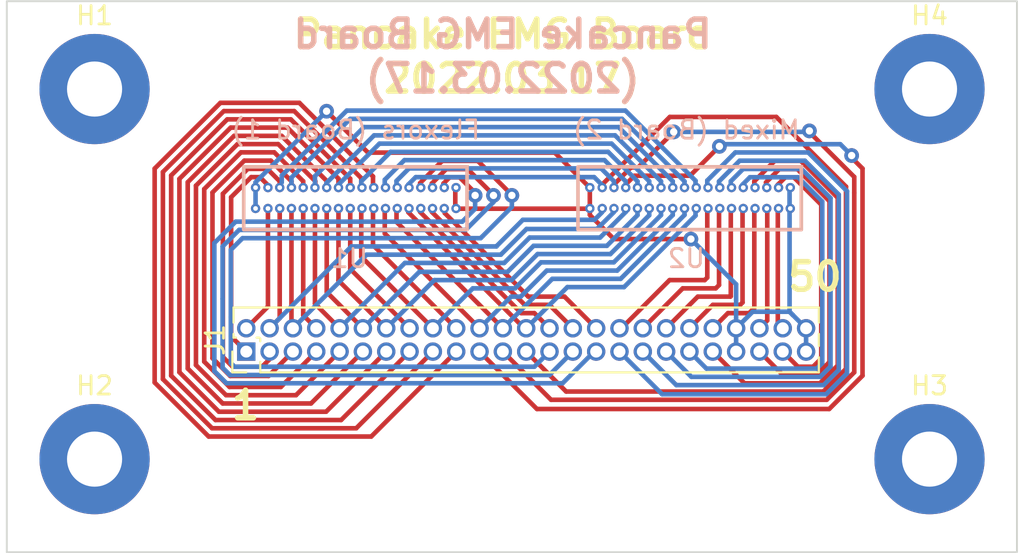
<source format=kicad_pcb>
(kicad_pcb (version 20211014) (generator pcbnew)
  (layers (0 "F.Cu" signal) (31 "B.Cu" signal) (34 "B.Paste" user) (35 "F.Paste" user) (36 "B.SilkS" user "B.Silkscreen") (37 "F.SilkS" user "F.Silkscreen") (38 "B.Mask" user) (39 "F.Mask" user) (44 "Edge.Cuts" user))
  (net 0 "")
  (net 1 "/FCR1_1")
  (net 2 "/FCR1_2")
  (net 3 "/FCR2_1")
  (net 4 "/FCR2_2")
  (net 5 "/FCU1_1")
  (net 6 "/FCU1_2")
  (net 7 "/FCU2_1")
  (net 8 "/FDP1_1")
  (net 9 "/FDP1_2")
  (net 10 "/FDP2_1")
  (net 11 "/FDP2_2")
  (net 12 "/FDS1_1")
  (net 13 "/FDS1_2")
  (net 14 "/FDS2_1")
  (net 15 "/FDS2_2")
  (net 16 "/PT_1")
  (net 17 "/PT_2")
  (net 18 "/APB_1")
  (net 19 "/APB_2")
  (net 20 "/FPB_1")
  (net 21 "/FPB_2")
  (net 22 "/Lum_1")
  (net 23 "/Lum_2")
  (net 24 "/EPL_1")
  (net 25 "/EPL_2")
  (net 26 "/1DI_1")
  (net 27 "/1DI_2")
  (net 28 "/Sup_1")
  (net 29 "/Sup_2")
  (net 30 "/3DI_1")
  (net 31 "/3DI_2")
  (net 32 "/ECU_1")
  (net 33 "/ECU_2")
  (net 34 "/ECU_3")
  (net 35 "/ECR_1")
  (net 36 "/ECR_2")
  (net 37 "/ECR_3")
  (net 38 "/EDC1_1")
  (net 39 "/EDC1_2")
  (net 40 "/EDC2_1")
  (net 41 "/EDC2_2")
  (net 42 "/Tri_1")
  (net 43 "/Tri_2")
  (net 44 "/Bi_1")
  (net 45 "/Bi_2")
  (net 46 "/FCU2_2")
  (net 47 "/Gnd")
  (footprint "MountingHole:MountingHole_3mm_Pad" (layer "F.Cu") (at 170.24 101.93)
    (fp_text reference "H3")
    (fp_text value "MountingHole")
  )
  (footprint "MountingHole:MountingHole_3mm_Pad" (layer "F.Cu") (at 170.24 81.78)
    (fp_text reference "H4")
    (fp_text value "MountingHole")
  )
  (footprint "MountingHole:MountingHole_3mm_Pad" (layer "F.Cu") (at 124.78 101.93)
    (fp_text reference "H2")
    (fp_text value "MountingHole")
  )
  (footprint "Connector_PinHeader_1.27mm:PinHeader_2x25_P1.27mm_Vertical" (layer "F.Cu") (at 133.04 96.075 90)
    (fp_text reference "J1")
    (fp_text value "Conn_02x25_Odd_Even")
  )
  (footprint "MountingHole:MountingHole_3mm_Pad" (layer "F.Cu") (at 124.78 81.78)
    (fp_text reference "H1")
    (fp_text value "MountingHole")
  )
  (footprint "Libraries:Omnetics_A97022" (layer "B.Cu") (at 138.66 86.015 180)
    (fp_text reference "U1")
    (fp_text value "Omnetics_A79026")
  )
  (footprint "Libraries:Omnetics_A97022" (layer "B.Cu") (at 156.86 86.015 180)
    (fp_text reference "U2")
    (fp_text value "Omnetics_A79026")
  )
  (gr_rect (start 120 77) (end 175 107) (layer "Edge.Cuts") (width 0.1) (fill none))
  (gr_text "Flexors (Board 1)" (at 139 84) (layer "B.SilkS") (effects (font (size 1 1)) (justify mirror)))
  (gr_text "Pancake EMG Board\n(2022.03.17)" (at 147 80) (layer "B.SilkS") (effects (font (size 1.5 1.5) (thickness 0.3)) (justify mirror)))
  (gr_text "Mixed (Board 2)" (at 157 84) (layer "B.SilkS") (effects (font (size 1 1)) (justify mirror)))
  (gr_text "1" (at 133 99) (layer "F.SilkS") (effects (font (size 1.5 1.5) (thickness 0.3))))
  (gr_text "Pancake EMG Board\n(2022.03.17)" (at 147 80) (layer "F.SilkS") (effects (font (size 1.5 1.5) (thickness 0.3))))
  (gr_text "50" (at 164 92) (layer "F.SilkS") (effects (font (size 1.5 1.5) (thickness 0.3))))
  (segment (start 132.215489 87.66822) (end 132.215489 95.250489) (width 0.25) (layer "F.Cu") (net 1))
  (segment (start 134.22 87.013403) (end 133.783124 86.576527) (width 0.25) (layer "F.Cu") (net 1))
  (segment (start 132.215489 95.250489) (end 133.04 96.075) (width 0.25) (layer "F.Cu") (net 1))
  (segment (start 133.783124 86.576527) (end 133.307182 86.576527) (width 0.25) (layer "F.Cu") (net 1))
  (segment (start 133.307182 86.576527) (end 132.215489 87.66822) (width 0.25) (layer "F.Cu") (net 1))
  (segment (start 134.22 87.155) (end 134.22 87.013403) (width 0.25) (layer "F.Cu") (net 1))
  (segment (start 134.22 93.625) (end 134.22 88.295) (width 0.25) (layer "F.Cu") (net 2))
  (segment (start 133.04 94.805) (end 134.22 93.625) (width 0.25) (layer "F.Cu") (net 2))
  (segment (start 134.31 96.489022) (end 133.899511 96.899511) (width 0.25) (layer "F.Cu") (net 3))
  (segment (start 131.765969 96.365969) (end 132.299511 96.899511) (width 0.25) (layer "F.Cu") (net 3))
  (segment (start 134.18556 86.127007) (end 133.120984 86.127007) (width 0.25) (layer "F.Cu") (net 3))
  (segment (start 134.31 96.075) (end 134.31 96.489022) (width 0.25) (layer "F.Cu") (net 3))
  (segment (start 133.120984 86.127007) (end 131.765969 87.482023) (width 0.25) (layer "F.Cu") (net 3))
  (segment (start 132.299511 96.899511) (end 133.899511 96.899511) (width 0.25) (layer "F.Cu") (net 3))
  (segment (start 134.86 86.801447) (end 134.18556 86.127007) (width 0.25) (layer "F.Cu") (net 3))
  (segment (start 131.765969 87.482023) (end 131.765969 96.365969) (width 0.25) (layer "F.Cu") (net 3))
  (segment (start 134.86 87.155) (end 134.86 86.801447) (width 0.25) (layer "F.Cu") (net 3))
  (segment (start 157.5 87.155) (end 157.5 86.770013) (width 0.25) (layer "B.Cu") (net 3))
  (segment (start 134.971259 86.493023) (end 134.971259 86.871259) (width 0.25) (layer "B.Cu") (net 3))
  (segment (start 138.510922 82.95336) (end 134.971259 86.493023) (width 0.25) (layer "B.Cu") (net 3))
  (segment (start 153.683347 82.95336) (end 138.510922 82.95336) (width 0.25) (layer "B.Cu") (net 3))
  (segment (start 157.5 86.770013) (end 153.683347 82.95336) (width 0.25) (layer "B.Cu") (net 3))
  (segment (start 134.86 88.295) (end 134.86 94.255) (width 0.25) (layer "F.Cu") (net 4))
  (segment (start 134.86 94.255) (end 134.31 94.805) (width 0.25) (layer "F.Cu") (net 4))
  (segment (start 146.660789 90.34856) (end 146.660789 90.339211) (width 0.25) (layer "B.Cu") (net 4))
  (segment (start 146.660789 90.339211) (end 148.1 88.9) (width 0.25) (layer "B.Cu") (net 4))
  (segment (start 134.31 94.805) (end 138.76644 90.34856) (width 0.25) (layer "B.Cu") (net 4))
  (segment (start 148.1 88.9) (end 152 88.9) (width 0.25) (layer "B.Cu") (net 4))
  (segment (start 152 88.9) (end 152.42 88.48) (width 0.25) (layer "B.Cu") (net 4))
  (segment (start 138.76644 90.34856) (end 146.660789 90.34856) (width 0.25) (layer "B.Cu") (net 4))
  (segment (start 132.164282 97.4) (end 134.255 97.4) (width 0.25) (layer "F.Cu") (net 5))
  (segment (start 131.2 87.412275) (end 131.2 96.435718) (width 0.25) (layer "F.Cu") (net 5))
  (segment (start 135.5 87.155) (end 135.5 86.801447) (width 0.25) (layer "F.Cu") (net 5))
  (segment (start 131.2 96.435718) (end 132.164282 97.4) (width 0.25) (layer "F.Cu") (net 5))
  (segment (start 135.5 86.801447) (end 134.37604 85.677487) (width 0.25) (layer "F.Cu") (net 5))
  (segment (start 132.934788 85.677487) (end 131.2 87.412275) (width 0.25) (layer "F.Cu") (net 5))
  (segment (start 134.255 97.4) (end 135.58 96.075) (width 0.25) (layer "F.Cu") (net 5))
  (segment (start 134.37604 85.677487) (end 132.934788 85.677487) (width 0.25) (layer "F.Cu") (net 5))
  (segment (start 135.5 86.6) (end 135.5 87.155) (width 0.25) (layer "B.Cu") (net 5))
  (segment (start 156.9 86.80573) (end 153.49715 83.40288) (width 0.25) (layer "B.Cu") (net 5))
  (segment (start 138.69712 83.40288) (end 135.5 86.6) (width 0.25) (layer "B.Cu") (net 5))
  (segment (start 153.49715 83.40288) (end 138.69712 83.40288) (width 0.25) (layer "B.Cu") (net 5))
  (segment (start 156.9 87.155) (end 156.9 86.80573) (width 0.25) (layer "B.Cu") (net 5))
  (segment (start 135.5 94.725) (end 135.5 88.295) (width 0.25) (layer "F.Cu") (net 6))
  (segment (start 135.58 94.805) (end 135.5 94.725) (width 0.25) (layer "F.Cu") (net 6))
  (segment (start 152.135718 89.4) (end 153.06 88.475718) (width 0.25) (layer "B.Cu") (net 6))
  (segment (start 135.58 94.805) (end 139.58692 90.79808) (width 0.25) (layer "B.Cu") (net 6))
  (segment (start 148.29616 89.4) (end 152.135718 89.4) (width 0.25) (layer "B.Cu") (net 6))
  (segment (start 139.58692 90.79808) (end 146.89808 90.79808) (width 0.25) (layer "B.Cu") (net 6))
  (segment (start 146.89808 90.79808) (end 148.29616 89.4) (width 0.25) (layer "B.Cu") (net 6))
  (segment (start 132.128564 98) (end 134.925 98) (width 0.25) (layer "F.Cu") (net 7))
  (segment (start 134.56652 85.227967) (end 132.748591 85.227967) (width 0.25) (layer "F.Cu") (net 7))
  (segment (start 130.75048 87.226078) (end 130.75048 96.621916) (width 0.25) (layer "F.Cu") (net 7))
  (segment (start 134.925 98) (end 136.85 96.075) (width 0.25) (layer "F.Cu") (net 7))
  (segment (start 136.14 86.801447) (end 134.56652 85.227967) (width 0.25) (layer "F.Cu") (net 7))
  (segment (start 130.75048 96.621916) (end 132.128564 98) (width 0.25) (layer "F.Cu") (net 7))
  (segment (start 132.748591 85.227967) (end 130.75048 87.226078) (width 0.25) (layer "F.Cu") (net 7))
  (segment (start 136.14 87.155) (end 136.14 86.801447) (width 0.25) (layer "F.Cu") (net 7))
  (segment (start 130.30096 87.039881) (end 132.562394 84.778447) (width 0.25) (layer "F.Cu") (net 8))
  (segment (start 136.8 86.8) (end 136.8 87.135) (width 0.25) (layer "F.Cu") (net 8))
  (segment (start 138.12 96.075) (end 135.74548 98.44952) (width 0.25) (layer "F.Cu") (net 8))
  (segment (start 131.942366 98.44952) (end 130.30096 96.808113) (width 0.25) (layer "F.Cu") (net 8))
  (segment (start 135.74548 98.44952) (end 131.942366 98.44952) (width 0.25) (layer "F.Cu") (net 8))
  (segment (start 130.30096 96.808113) (end 130.30096 87.039881) (width 0.25) (layer "F.Cu") (net 8))
  (segment (start 134.778447 84.778447) (end 136.8 86.8) (width 0.25) (layer "F.Cu") (net 8))
  (segment (start 132.562394 84.778447) (end 134.778447 84.778447) (width 0.25) (layer "F.Cu") (net 8))
  (segment (start 136.8 87.135) (end 136.78 87.155) (width 0.25) (layer "F.Cu") (net 8))
  (segment (start 139.4476 83.8524) (end 136.78 86.52) (width 0.25) (layer "B.Cu") (net 8))
  (segment (start 136.78 86.52) (end 136.78 87.155) (width 0.25) (layer "B.Cu") (net 8))
  (segment (start 156.26 86.801447) (end 153.310953 83.8524) (width 0.25) (layer "B.Cu") (net 8))
  (segment (start 156.26 87.155) (end 156.26 86.801447) (width 0.25) (layer "B.Cu") (net 8))
  (segment (start 153.310953 83.8524) (end 139.4476 83.8524) (width 0.25) (layer "B.Cu") (net 8))
  (segment (start 136.78 93.465) (end 138.12 94.805) (width 0.25) (layer "F.Cu") (net 9))
  (segment (start 136.78 88.295) (end 136.78 93.465) (width 0.25) (layer "F.Cu") (net 9))
  (segment (start 153.7 88.471436) (end 153.7 88.295) (width 0.25) (layer "B.Cu") (net 9))
  (segment (start 147.0476 91.2476) (end 141.6774 91.2476) (width 0.25) (layer "B.Cu") (net 9))
  (segment (start 147.084278 91.2476) (end 148.465939 89.865939) (width 0.25) (layer "B.Cu") (net 9))
  (segment (start 141.6774 91.2476) (end 138.12 94.805) (width 0.25) (layer "B.Cu") (net 9))
  (segment (start 152.305497 89.865939) (end 153.7 88.471436) (width 0.25) (layer "B.Cu") (net 9))
  (segment (start 147.0476 91.2476) (end 147.084278 91.2476) (width 0.25) (layer "B.Cu") (net 9))
  (segment (start 148.465939 89.865939) (end 152.305497 89.865939) (width 0.25) (layer "B.Cu") (net 9))
  (segment (start 139.39 96.075) (end 136.56596 98.89904) (width 0.25) (layer "F.Cu") (net 10))
  (segment (start 137.42 86.784282) (end 137.42 87.155) (width 0.25) (layer "F.Cu") (net 10))
  (segment (start 129.85144 86.853683) (end 132.376197 84.328927) (width 0.25) (layer "F.Cu") (net 10))
  (segment (start 132.376197 84.328927) (end 134.964645 84.328927) (width 0.25) (layer "F.Cu") (net 10))
  (segment (start 134.964645 84.328927) (end 137.42 86.784282) (width 0.25) (layer "F.Cu") (net 10))
  (segment (start 136.56596 98.89904) (end 131.75617 98.89904) (width 0.25) (layer "F.Cu") (net 10))
  (segment (start 129.85144 96.99431) (end 129.85144 86.853683) (width 0.25) (layer "F.Cu") (net 10))
  (segment (start 131.75617 98.89904) (end 129.85144 96.99431) (width 0.25) (layer "F.Cu") (net 10))
  (segment (start 153.120473 84.30192) (end 139.99808 84.30192) (width 0.25) (layer "B.Cu") (net 10))
  (segment (start 155.62 87.155) (end 155.62 86.801447) (width 0.25) (layer "B.Cu") (net 10))
  (segment (start 139.99808 84.30192) (end 137.4 86.9) (width 0.25) (layer "B.Cu") (net 10))
  (segment (start 155.62 86.801447) (end 153.120473 84.30192) (width 0.25) (layer "B.Cu") (net 10))
  (segment (start 137.42 92.835) (end 139.39 94.805) (width 0.25) (layer "F.Cu") (net 11))
  (segment (start 137.42 88.295) (end 137.42 92.835) (width 0.25) (layer "F.Cu") (net 11))
  (segment (start 154.34 88.648553) (end 154.34 88.295) (width 0.25) (layer "B.Cu") (net 11))
  (segment (start 142.462111 91.732889) (end 139.39 94.805) (width 0.25) (layer "B.Cu") (net 11))
  (segment (start 148.684541 90.315459) (end 152.673094 90.315459) (width 0.25) (layer "B.Cu") (net 11))
  (segment (start 152.673094 90.315459) (end 154.34 88.648553) (width 0.25) (layer "B.Cu") (net 11))
  (segment (start 147.267111 91.732889) (end 142.462111 91.732889) (width 0.25) (layer "B.Cu") (net 11))
  (segment (start 147.267111 91.732889) (end 148.684541 90.315459) (width 0.25) (layer "B.Cu") (net 11))
  (segment (start 129.4 97.2) (end 129.4 86.669407) (width 0.25) (layer "F.Cu") (net 12))
  (segment (start 135.279407 83.879407) (end 138.06 86.66) (width 0.25) (layer "F.Cu") (net 12))
  (segment (start 140.66 96.075) (end 137.38644 99.34856) (width 0.25) (layer "F.Cu") (net 12))
  (segment (start 131.54856 99.34856) (end 129.4 97.2) (width 0.25) (layer "F.Cu") (net 12))
  (segment (start 132.19 83.879407) (end 135.279407 83.879407) (width 0.25) (layer "F.Cu") (net 12))
  (segment (start 129.4 86.669407) (end 132.19 83.879407) (width 0.25) (layer "F.Cu") (net 12))
  (segment (start 137.38644 99.34856) (end 131.54856 99.34856) (width 0.25) (layer "F.Cu") (net 12))
  (segment (start 138.06 86.66) (end 138.06 87.155) (width 0.25) (layer "F.Cu") (net 12))
  (segment (start 152.929993 84.75144) (end 154.98 86.801447) (width 0.25) (layer "B.Cu") (net 12))
  (segment (start 154.98 86.801447) (end 154.98 87.155) (width 0.25) (layer "B.Cu") (net 12))
  (segment (start 138.06 87.155) (end 138.06 86.982518) (width 0.25) (layer "B.Cu") (net 12))
  (segment (start 140.291078 84.75144) (end 152.929993 84.75144) (width 0.25) (layer "B.Cu") (net 12))
  (segment (start 138.06 86.982518) (end 140.291078 84.75144) (width 0.25) (layer "B.Cu") (net 12))
  (segment (start 138.06 88.295) (end 138.06 92.205) (width 0.25) (layer "F.Cu") (net 13))
  (segment (start 138.06 92.205) (end 140.66 94.805) (width 0.25) (layer "F.Cu") (net 13))
  (segment (start 148.9 90.764979) (end 147.48257 92.182409) (width 0.25) (layer "B.Cu") (net 13))
  (segment (start 143.282591 92.182409) (end 147.282409 92.182409) (width 0.25) (layer "B.Cu") (net 13))
  (segment (start 154.98 88.295) (end 154.98 88.648553) (width 0.25) (layer "B.Cu") (net 13))
  (segment (start 154.98 88.648553) (end 152.863574 90.764979) (width 0.25) (layer "B.Cu") (net 13))
  (segment (start 152.863574 90.764979) (end 148.9 90.764979) (width 0.25) (layer "B.Cu") (net 13))
  (segment (start 147.48257 92.182409) (end 147.282409 92.182409) (width 0.25) (layer "B.Cu") (net 13))
  (segment (start 140.66 94.805) (end 143.282591 92.182409) (width 0.25) (layer "B.Cu") (net 13))
  (segment (start 141.93 96.075) (end 138.205 99.8) (width 0.25) (layer "F.Cu") (net 14))
  (segment (start 128.95048 86.483209) (end 132.003803 83.429887) (width 0.25) (layer "F.Cu") (net 14))
  (segment (start 132.003803 83.429887) (end 135.465605 83.429887) (width 0.25) (layer "F.Cu") (net 14))
  (segment (start 135.465605 83.429887) (end 138.7 86.664282) (width 0.25) (layer "F.Cu") (net 14))
  (segment (start 138.7 86.664282) (end 138.7 87.155) (width 0.25) (layer "F.Cu") (net 14))
  (segment (start 128.95048 97.386197) (end 128.95048 86.483209) (width 0.25) (layer "F.Cu") (net 14))
  (segment (start 138.205 99.8) (end 131.364282 99.8) (width 0.25) (layer "F.Cu") (net 14))
  (segment (start 131.364282 99.8) (end 128.95048 97.386197) (width 0.25) (layer "F.Cu") (net 14))
  (segment (start 138.7 88.295) (end 138.7 91.575) (width 0.25) (layer "F.Cu") (net 15))
  (segment (start 138.7 91.575) (end 141.93 94.805) (width 0.25) (layer "F.Cu") (net 15))
  (segment (start 135.651803 82.980367) (end 131.817606 82.980367) (width 0.25) (layer "F.Cu") (net 16))
  (segment (start 139.3 87.155) (end 139.3 86.628564) (width 0.25) (layer "F.Cu") (net 16))
  (segment (start 128.50096 86.297013) (end 128.50096 97.572394) (width 0.25) (layer "F.Cu") (net 16))
  (segment (start 131.178085 100.24952) (end 139.02548 100.24952) (width 0.25) (layer "F.Cu") (net 16))
  (segment (start 128.50096 97.572394) (end 131.178085 100.24952) (width 0.25) (layer "F.Cu") (net 16))
  (segment (start 131.817606 82.980367) (end 128.50096 86.297013) (width 0.25) (layer "F.Cu") (net 16))
  (segment (start 139.3 86.628564) (end 135.651803 82.980367) (width 0.25) (layer "F.Cu") (net 16))
  (segment (start 139.02548 100.24952) (end 143.2 96.075) (width 0.25) (layer "F.Cu") (net 16))
  (segment (start 152.739513 85.20096) (end 154.34 86.801447) (width 0.25) (layer "B.Cu") (net 16))
  (segment (start 139.3 87.155) (end 139.3 86.801447) (width 0.25) (layer "B.Cu") (net 16))
  (segment (start 140.900487 85.20096) (end 152.739513 85.20096) (width 0.25) (layer "B.Cu") (net 16))
  (segment (start 139.3 86.801447) (end 140.900487 85.20096) (width 0.25) (layer "B.Cu") (net 16))
  (segment (start 154.34 86.801447) (end 154.34 87.155) (width 0.25) (layer "B.Cu") (net 16))
  (segment (start 139.3 90.905) (end 143.2 94.805) (width 0.25) (layer "F.Cu") (net 17))
  (segment (start 139.3 88.295) (end 139.3 90.905) (width 0.25) (layer "F.Cu") (net 17))
  (segment (start 149.086197 91.214499) (end 153.049772 91.214499) (width 0.25) (layer "B.Cu") (net 17))
  (segment (start 145.373071 92.631929) (end 147.668767 92.631929) (width 0.25) (layer "B.Cu") (net 17))
  (segment (start 143.2 94.805) (end 145.373071 92.631929) (width 0.25) (layer "B.Cu") (net 17))
  (segment (start 155.62 88.644271) (end 155.62 88.295) (width 0.25) (layer "B.Cu") (net 17))
  (segment (start 153.049772 91.214499) (end 155.62 88.644271) (width 0.25) (layer "B.Cu") (net 17))
  (segment (start 147.668767 92.631929) (end 149.086197 91.214499) (width 0.25) (layer "B.Cu") (net 17))
  (segment (start 139.84596 100.69904) (end 130.991887 100.69904) (width 0.25) (layer "F.Cu") (net 18))
  (segment (start 130.991887 100.69904) (end 128.05144 97.758592) (width 0.25) (layer "F.Cu") (net 18))
  (segment (start 135.930847 82.530847) (end 139.94 86.54) (width 0.25) (layer "F.Cu") (net 18))
  (segment (start 128.05144 86.110816) (end 131.631409 82.530847) (width 0.25) (layer "F.Cu") (net 18))
  (segment (start 131.631409 82.530847) (end 135.930847 82.530847) (width 0.25) (layer "F.Cu") (net 18))
  (segment (start 128.05144 97.758592) (end 128.05144 86.110816) (width 0.25) (layer "F.Cu") (net 18))
  (segment (start 144.47 96.075) (end 139.84596 100.69904) (width 0.25) (layer "F.Cu") (net 18))
  (segment (start 139.94 86.54) (end 139.94 87.155) (width 0.25) (layer "F.Cu") (net 18))
  (segment (start 139.94 90.275) (end 144.47 94.805) (width 0.25) (layer "F.Cu") (net 19))
  (segment (start 139.94 88.295) (end 139.94 90.275) (width 0.25) (layer "F.Cu") (net 19))
  (segment (start 153.7 86.971436) (end 154.171436 86.5) (width 0.25) (layer "F.Cu") (net 20))
  (segment (start 166.592111 97.386474) (end 166.592111 86.107889) (width 0.25) (layer "F.Cu") (net 20))
  (segment (start 157.2 86.5) (end 158.8 84.9) (width 0.25) (layer "F.Cu") (net 20))
  (segment (start 153.7 87.155) (end 153.7 86.971436) (width 0.25) (layer "F.Cu") (net 20))
  (segment (start 164.778585 99.2) (end 166.592111 97.386474) (width 0.25) (layer "F.Cu") (net 20))
  (segment (start 166.592111 86.107889) (end 166 85.515778) (width 0.25) (layer "F.Cu") (net 20))
  (segment (start 166 85.515778) (end 166 85.4) (width 0.25) (layer "F.Cu") (net 20))
  (segment (start 154.171436 86.5) (end 154.5 86.5) (width 0.25) (layer "F.Cu") (net 20))
  (segment (start 145.74 96.075) (end 148.865 99.2) (width 0.25) (layer "F.Cu") (net 20))
  (segment (start 154.5 86.5) (end 157.2 86.5) (width 0.25) (layer "F.Cu") (net 20))
  (segment (start 148.865 99.2) (end 164.778585 99.2) (width 0.25) (layer "F.Cu") (net 20))
  (via (at 158.8 84.9) (size 0.8) (drill 0.4) (layers "F.Cu" "B.Cu") (net 20))
  (via (at 166 85.4) (size 0.8) (drill 0.4) (layers "F.Cu" "B.Cu") (net 20))
  (segment (start 153.7 87.155) (end 153.7 86.80573) (width 0.25) (layer "B.Cu") (net 20))
  (segment (start 140.58 86.72) (end 140.58 87.155) (width 0.25) (layer "B.Cu") (net 20))
  (segment (start 152.54475 85.65048) (end 141.64952 85.65048) (width 0.25) (layer "B.Cu") (net 20))
  (segment (start 158.917591 84.782409) (end 165.382409 84.782409) (width 0.25) (layer "B.Cu") (net 20))
  (segment (start 165.382409 84.782409) (end 166 85.4) (width 0.25) (layer "B.Cu") (net 20))
  (segment (start 158.8 84.9) (end 158.917591 84.782409) (width 0.25) (layer "B.Cu") (net 20))
  (segment (start 141.64952 85.65048) (end 140.58 86.72) (width 0.25) (layer "B.Cu") (net 20))
  (segment (start 153.7 86.80573) (end 152.54475 85.65048) (width 0.25) (layer "B.Cu") (net 20))
  (segment (start 140.58 88.295) (end 140.58 89.645) (width 0.25) (layer "F.Cu") (net 21))
  (segment (start 140.58 89.645) (end 145.74 94.805) (width 0.25) (layer "F.Cu") (net 21))
  (segment (start 147.98257 93.081449) (end 149.4 91.664019) (width 0.25) (layer "B.Cu") (net 21))
  (segment (start 147.463551 93.081449) (end 147.98257 93.081449) (width 0.25) (layer "B.Cu") (net 21))
  (segment (start 145.74 94.805) (end 147.463551 93.081449) (width 0.25) (layer "B.Cu") (net 21))
  (segment (start 149.4 91.664019) (end 153.23597 91.664019) (width 0.25) (layer "B.Cu") (net 21))
  (segment (start 153.23597 91.664019) (end 156.26 88.639989) (width 0.25) (layer "B.Cu") (net 21))
  (segment (start 156.26 88.639989) (end 156.26 88.295) (width 0.25) (layer "B.Cu") (net 21))
  (segment (start 153.985239 86.05048) (end 154.374118 86.05048) (width 0.25) (layer "F.Cu") (net 22))
  (segment (start 163.7 84.057909) (end 163.7 84.124614) (width 0.25) (layer "F.Cu") (net 22))
  (segment (start 163.7 84.124614) (end 166.142591 86.567205) (width 0.25) (layer "F.Cu") (net 22))
  (segment (start 166.142591 86.567205) (end 166.142591 87.457409) (width 0.25) (layer "F.Cu") (net 22))
  (segment (start 154.374118 86.05048) (end 156.312299 84.112299) (width 0.25) (layer "F.Cu") (net 22))
  (segment (start 166.142591 97.200277) (end 166.142591 87.4) (width 0.25) (layer "F.Cu") (net 22))
  (segment (start 147.01 96.075) (end 149.63404 98.69904) (width 0.25) (layer "F.Cu") (net 22))
  (segment (start 153.060001 86.975718) (end 153.985239 86.05048) (width 0.25) (layer "F.Cu") (net 22))
  (segment (start 164.643828 98.69904) (end 166.142591 97.200277) (width 0.25) (layer "F.Cu") (net 22))
  (segment (start 149.63404 98.69904) (end 164.643828 98.69904) (width 0.25) (layer "F.Cu") (net 22))
  (via (at 156.312299 84.112299) (size 0.8) (drill 0.4) (layers "F.Cu" "B.Cu") (net 22))
  (via (at 163.7 84.057909) (size 0.8) (drill 0.4) (layers "F.Cu" "B.Cu") (net 22))
  (segment (start 156.312299 84.112299) (end 163.64561 84.112299) (width 0.25) (layer "B.Cu") (net 22))
  (segment (start 153.06 87.155) (end 153.06 86.801447) (width 0.25) (layer "B.Cu") (net 22))
  (segment (start 141.22 87.155) (end 141.22 86.78) (width 0.25) (layer "B.Cu") (net 22))
  (segment (start 152.358553 86.1) (end 141.9 86.1) (width 0.25) (layer "B.Cu") (net 22))
  (segment (start 153.06 86.801447) (end 152.358553 86.1) (width 0.25) (layer "B.Cu") (net 22))
  (segment (start 141.22 86.78) (end 141.9 86.1) (width 0.25) (layer "B.Cu") (net 22))
  (segment (start 163.64561 84.112299) (end 163.7 84.057909) (width 0.25) (layer "B.Cu") (net 22))
  (segment (start 141.22 89.015) (end 147.01 94.805) (width 0.25) (layer "F.Cu") (net 23))
  (segment (start 141.22 88.295) (end 141.22 89.015) (width 0.25) (layer "F.Cu") (net 23))
  (segment (start 153.422168 92.113539) (end 156.9 88.635707) (width 0.25) (layer "B.Cu") (net 23))
  (segment (start 156.9 88.635707) (end 156.9 88.295) (width 0.25) (layer "B.Cu") (net 23))
  (segment (start 147.01 94.805) (end 149.701461 92.113539) (width 0.25) (layer "B.Cu") (net 23))
  (segment (start 149.701461 92.113539) (end 153.422168 92.113539) (width 0.25) (layer "B.Cu") (net 23))
  (segment (start 156.1 83.3) (end 161.9 83.3) (width 0.25) (layer "F.Cu") (net 24))
  (segment (start 165.693071 97.01408) (end 164.457631 98.24952) (width 0.25) (layer "F.Cu") (net 24))
  (segment (start 150.45452 98.24952) (end 148.28 96.075) (width 0.25) (layer "F.Cu") (net 24))
  (segment (start 164.457631 98.24952) (end 150.45452 98.24952) (width 0.25) (layer "F.Cu") (net 24))
  (segment (start 165.693071 87.093071) (end 165.693071 97.01408) (width 0.25) (layer "F.Cu") (net 24))
  (segment (start 152.42 86.98) (end 156.1 83.3) (width 0.25) (layer "F.Cu") (net 24))
  (segment (start 161.9 83.3) (end 165.693071 87.093071) (width 0.25) (layer "F.Cu") (net 24))
  (segment (start 151.983124 86.576527) (end 142.265991 86.576527) (width 0.25) (layer "B.Cu") (net 24))
  (segment (start 142.265991 86.576527) (end 141.86 86.982518) (width 0.25) (layer "B.Cu") (net 24))
  (segment (start 152.42 87.013403) (end 151.983124 86.576527) (width 0.25) (layer "B.Cu") (net 24))
  (segment (start 141.86 86.982518) (end 141.86 87.155) (width 0.25) (layer "B.Cu") (net 24))
  (segment (start 141.86 88.488964) (end 148.176036 94.805) (width 0.25) (layer "F.Cu") (net 25))
  (segment (start 148.176036 94.805) (end 148.28 94.805) (width 0.25) (layer "F.Cu") (net 25))
  (segment (start 148.28 94.805) (end 150.521941 92.563059) (width 0.25) (layer "B.Cu") (net 25))
  (segment (start 157.5 88.671425) (end 157.5 88.295) (width 0.25) (layer "B.Cu") (net 25))
  (segment (start 150.521941 92.563059) (end 153.608366 92.563059) (width 0.25) (layer "B.Cu") (net 25))
  (segment (start 153.608366 92.563059) (end 157.5 88.671425) (width 0.25) (layer "B.Cu") (net 25))
  (segment (start 145.643815 85.690197) (end 143.709803 85.690197) (width 0.25) (layer "F.Cu") (net 26))
  (segment (start 147.5 87.546382) (end 145.643815 85.690197) (width 0.25) (layer "F.Cu") (net 26))
  (segment (start 147.5 87.570499) (end 147.5 87.546382) (width 0.25) (layer "F.Cu") (net 26))
  (segment (start 143.709803 85.690197) (end 142.5 86.9) (width 0.25) (layer "F.Cu") (net 26))
  (via (at 147.5 87.570499) (size 0.8) (drill 0.4) (layers "F.Cu" "B.Cu") (net 26))
  (segment (start 145.80096 89.89904) (end 145.9 89.8) (width 0.25) (layer "B.Cu") (net 26))
  (segment (start 132.2 90.535718) (end 132.767859 89.967859) (width 0.25) (layer "B.Cu") (net 26))
  (segment (start 147.5 88.2) (end 147.5 87.570499) (width 0.25) (layer "B.Cu") (net 26))
  (segment (start 145.9 89.8) (end 147.5 88.2) (width 0.25) (layer "B.Cu") (net 26))
  (segment (start 132.3 96.8) (end 132.2 96.7) (width 0.25) (layer "B.Cu") (net 26))
  (segment (start 149.55 96.075) (end 148.725489 96.899511) (width 0.25) (layer "B.Cu") (net 26))
  (segment (start 143.49904 89.89904) (end 145.80096 89.89904) (width 0.25) (layer "B.Cu") (net 26))
  (segment (start 148.725489 96.899511) (end 132.399511 96.899511) (width 0.25) (layer "B.Cu") (net 26))
  (segment (start 132.2 96.7) (end 132.2 94.2) (width 0.25) (layer "B.Cu") (net 26))
  (segment (start 132.836678 89.89904) (end 143.49904 89.89904) (width 0.25) (layer "B.Cu") (net 26))
  (segment (start 132.767859 89.967859) (end 132.836678 89.89904) (width 0.25) (layer "B.Cu") (net 26))
  (segment (start 132.399511 96.899511) (end 132.3 96.8) (width 0.25) (layer "B.Cu") (net 26))
  (segment (start 132.2 94.2) (end 132.2 90.535718) (width 0.25) (layer "B.Cu") (net 26))
  (segment (start 148.725489 93.980489) (end 149.55 94.805) (width 0.25) (layer "F.Cu") (net 27))
  (segment (start 148.013007 93.980489) (end 148.725489 93.980489) (width 0.25) (layer "F.Cu") (net 27))
  (segment (start 142.5 88.467482) (end 148.013007 93.980489) (width 0.25) (layer "F.Cu") (net 27))
  (segment (start 146.499503 87.545388) (end 145.093832 86.139717) (width 0.25) (layer "F.Cu") (net 28))
  (segment (start 145.093832 86.139717) (end 143.924565 86.139717) (width 0.25) (layer "F.Cu") (net 28))
  (segment (start 143.14 86.924282) (end 143.14 87.155) (width 0.25) (layer "F.Cu") (net 28))
  (segment (start 143.924565 86.139717) (end 143.14 86.924282) (width 0.25) (layer "F.Cu") (net 28))
  (segment (start 146.499503 87.570499) (end 146.499503 87.545388) (width 0.25) (layer "F.Cu") (net 28))
  (via (at 146.499503 87.570499) (size 0.8) (drill 0.4) (layers "F.Cu" "B.Cu") (net 28))
  (segment (start 131.75048 96.95048) (end 131.75048 93.2) (width 0.25) (layer "B.Cu") (net 28))
  (segment (start 132.149031 97.349031) (end 131.75048 96.95048) (width 0.25) (layer "B.Cu") (net 28))
  (segment (start 131.75048 93.2) (end 131.75048 90.34952) (width 0.25) (layer "B.Cu") (net 28))
  (segment (start 131.75048 90.34952) (end 132.65048 89.44952) (width 0.25) (layer "B.Cu") (net 28))
  (segment (start 146.499503 87.936215) (end 146.499503 87.570499) (width 0.25) (layer "B.Cu") (net 28))
  (segment (start 149.545969 97.349031) (end 132.149031 97.349031) (width 0.25) (layer "B.Cu") (net 28))
  (segment (start 132.65048 89.44952) (end 144.986198 89.44952) (width 0.25) (layer "B.Cu") (net 28))
  (segment (start 144.986198 89.44952) (end 146.499503 87.936215) (width 0.25) (layer "B.Cu") (net 28))
  (segment (start 150.82 96.075) (end 149.545969 97.349031) (width 0.25) (layer "B.Cu") (net 28))
  (segment (start 148.203487 93.530969) (end 148.869031 93.530969) (width 0.25) (layer "F.Cu") (net 29))
  (segment (start 143.14 88.467482) (end 148.203487 93.530969) (width 0.25) (layer "F.Cu") (net 29))
  (segment (start 149.545969 93.530969) (end 148.869031 93.530969) (width 0.25) (layer "F.Cu") (net 29))
  (segment (start 148.869031 93.530969) (end 149.330969 93.530969) (width 0.25) (layer "F.Cu") (net 29))
  (segment (start 150.82 94.805) (end 149.545969 93.530969) (width 0.25) (layer "F.Cu") (net 29))
  (segment (start 143.78 86.92) (end 143.78 87.155) (width 0.25) (layer "F.Cu") (net 30))
  (segment (start 144.657971 86.589237) (end 144.110763 86.589237) (width 0.25) (layer "F.Cu") (net 30))
  (segment (start 145.5 87.570499) (end 145.5 87.431266) (width 0.25) (layer "F.Cu") (net 30))
  (segment (start 145.5 87.431266) (end 144.657971 86.589237) (width 0.25) (layer "F.Cu") (net 30))
  (segment (start 144.110763 86.589237) (end 143.78 86.92) (width 0.25) (layer "F.Cu") (net 30))
  (via (at 145.5 87.570499) (size 0.8) (drill 0.4) (layers "F.Cu" "B.Cu") (net 30))
  (segment (start 131.30096 95.8) (end 131.30096 90.163323) (width 0.25) (layer "B.Cu") (net 30))
  (segment (start 152.09 96.075) (end 151.986036 96.075) (width 0.25) (layer "B.Cu") (net 30))
  (segment (start 131.962833 97.798551) (end 131.30096 97.136677) (width 0.25) (layer "B.Cu") (net 30))
  (segment (start 132.7 97.798551) (end 131.962833 97.798551) (width 0.25) (layer "B.Cu") (net 30))
  (segment (start 132.464283 89) (end 144.8 89) (width 0.25) (layer "B.Cu") (net 30))
  (segment (start 131.30096 90.163323) (end 132.464283 89) (width 0.25) (layer "B.Cu") (net 30))
  (segment (start 131.30096 97.136677) (end 131.30096 95.8) (width 0.25) (layer "B.Cu") (net 30))
  (segment (start 145.5 88.3) (end 145.5 87.570499) (width 0.25) (layer "B.Cu") (net 30))
  (segment (start 144.8 89) (end 145.5 88.3) (width 0.25) (layer "B.Cu") (net 30))
  (segment (start 150.262485 97.798551) (end 132.7 97.798551) (width 0.25) (layer "B.Cu") (net 30))
  (segment (start 151.986036 96.075) (end 150.262485 97.798551) (width 0.25) (layer "B.Cu") (net 30))
  (segment (start 143.845489 88.360489) (end 143.78 88.295) (width 0.25) (layer "F.Cu") (net 31))
  (segment (start 152.09 94.805) (end 150.366449 93.081449) (width 0.25) (layer "F.Cu") (net 31))
  (segment (start 148.393968 93.081449) (end 143.845489 88.53297) (width 0.25) (layer "F.Cu") (net 31))
  (segment (start 150.366449 93.081449) (end 148.393968 93.081449) (width 0.25) (layer "F.Cu") (net 31))
  (segment (start 143.845489 88.53297) (end 143.845489 88.360489) (width 0.25) (layer "F.Cu") (net 31))
  (segment (start 165.74856 87.341409) (end 163.63908 85.231929) (width 0.25) (layer "B.Cu") (net 32))
  (segment (start 155.685 98.4) (end 164.607152 98.4) (width 0.25) (layer "B.Cu") (net 32))
  (segment (start 165.74856 97.258592) (end 165.74856 87.341409) (width 0.25) (layer "B.Cu") (net 32))
  (segment (start 164.607152 98.4) (end 165.74856 97.258592) (width 0.25) (layer "B.Cu") (net 32))
  (segment (start 159.668071 85.231929) (end 158.14 86.76) (width 0.25) (layer "B.Cu") (net 32))
  (segment (start 163.63908 85.231929) (end 159.668071 85.231929) (width 0.25) (layer "B.Cu") (net 32))
  (segment (start 158.14 86.76) (end 158.14 87.155) (width 0.25) (layer "B.Cu") (net 32))
  (segment (start 153.36 96.075) (end 155.685 98.4) (width 0.25) (layer "B.Cu") (net 32))
  (segment (start 158 92.182409) (end 158.14 92.042409) (width 0.25) (layer "F.Cu") (net 33))
  (segment (start 156.086555 92.182409) (end 158 92.182409) (width 0.25) (layer "F.Cu") (net 33))
  (segment (start 153.463964 94.805) (end 156.086555 92.182409) (width 0.25) (layer "F.Cu") (net 33))
  (segment (start 153.36 94.805) (end 153.463964 94.805) (width 0.25) (layer "F.Cu") (net 33))
  (segment (start 158.14 92.042409) (end 158.14 88.295) (width 0.25) (layer "F.Cu") (net 33))
  (segment (start 165.29904 97.072395) (end 165.29904 87.527606) (width 0.25) (layer "B.Cu") (net 34))
  (segment (start 164.472394 97.89904) (end 165.29904 97.072395) (width 0.25) (layer "B.Cu") (net 34))
  (segment (start 154.63 96.075) (end 156.45404 97.89904) (width 0.25) (layer "B.Cu") (net 34))
  (segment (start 156.45404 97.89904) (end 164.472394 97.89904) (width 0.25) (layer "B.Cu") (net 34))
  (segment (start 158.78 86.80573) (end 158.78 87.155) (width 0.25) (layer "B.Cu") (net 34))
  (segment (start 165.29904 87.527606) (end 163.452883 85.681449) (width 0.25) (layer "B.Cu") (net 34))
  (segment (start 163.452883 85.681449) (end 159.904281 85.681449) (width 0.25) (layer "B.Cu") (net 34))
  (segment (start 159.904281 85.681449) (end 158.78 86.80573) (width 0.25) (layer "B.Cu") (net 34))
  (segment (start 156.803071 92.631929) (end 154.63 94.805) (width 0.25) (layer "F.Cu") (net 35))
  (segment (start 158.6 92.631929) (end 156.803071 92.631929) (width 0.25) (layer "F.Cu") (net 35))
  (segment (start 158.78 92.451929) (end 158.6 92.631929) (width 0.25) (layer "F.Cu") (net 35))
  (segment (start 158.78 88.295) (end 158.78 92.451929) (width 0.25) (layer "F.Cu") (net 35))
  (segment (start 157.27452 97.44952) (end 155.9 96.075) (width 0.25) (layer "B.Cu") (net 36))
  (segment (start 164.286197 97.44952) (end 157.27452 97.44952) (width 0.25) (layer "B.Cu") (net 36))
  (segment (start 163.266686 86.130969) (end 164.84952 87.713803) (width 0.25) (layer "B.Cu") (net 36))
  (segment (start 164.84952 87.713803) (end 164.84952 96.886198) (width 0.25) (layer "B.Cu") (net 36))
  (segment (start 159.42 86.801447) (end 160.090478 86.130969) (width 0.25) (layer "B.Cu") (net 36))
  (segment (start 159.42 87.155) (end 159.42 86.801447) (width 0.25) (layer "B.Cu") (net 36))
  (segment (start 164.84952 96.886198) (end 164.286197 97.44952) (width 0.25) (layer "B.Cu") (net 36))
  (segment (start 160.090478 86.130969) (end 163.266686 86.130969) (width 0.25) (layer "B.Cu") (net 36))
  (segment (start 157.623551 93.081449) (end 155.9 94.805) (width 0.25) (layer "F.Cu") (net 37))
  (segment (start 159.42 93.061449) (end 159.4 93.081449) (width 0.25) (layer "F.Cu") (net 37))
  (segment (start 159.4 93.081449) (end 157.623551 93.081449) (width 0.25) (layer "F.Cu") (net 37))
  (segment (start 159.42 88.295) (end 159.42 93.061449) (width 0.25) (layer "F.Cu") (net 37))
  (segment (start 164.4 96.7) (end 164.4 87.9) (width 0.25) (layer "B.Cu") (net 38))
  (segment (start 164.1 97) (end 164.4 96.7) (width 0.25) (layer "B.Cu") (net 38))
  (segment (start 157.17 96.075) (end 158.095 97) (width 0.25) (layer "B.Cu") (net 38))
  (segment (start 160.462029 86.580489) (end 160.06 86.982518) (width 0.25) (layer "B.Cu") (net 38))
  (segment (start 160.06 86.982518) (end 160.06 87.155) (width 0.25) (layer "B.Cu") (net 38))
  (segment (start 158.095 97) (end 164.1 97) (width 0.25) (layer "B.Cu") (net 38))
  (segment (start 164.4 87.9) (end 163.080489 86.580489) (width 0.25) (layer "B.Cu") (net 38))
  (segment (start 163.080489 86.580489) (end 160.462029 86.580489) (width 0.25) (layer "B.Cu") (net 38))
  (segment (start 160.06 88.295) (end 160.06 93.401938) (width 0.25) (layer "F.Cu") (net 39))
  (segment (start 158.444031 93.530969) (end 159.930969 93.530969) (width 0.25) (layer "F.Cu") (net 39))
  (segment (start 160.06 93.401938) (end 159.930969 93.530969) (width 0.25) (layer "F.Cu") (net 39))
  (segment (start 157.17 94.805) (end 158.444031 93.530969) (width 0.25) (layer "F.Cu") (net 39))
  (segment (start 158.44 96.075) (end 160.165 97.8) (width 0.25) (layer "F.Cu") (net 40))
  (segment (start 164.271434 97.8) (end 165.243551 96.827883) (width 0.25) (layer "F.Cu") (net 40))
  (segment (start 161.81125 85.690197) (end 160.7 86.801447) (width 0.25) (layer "F.Cu") (net 40))
  (segment (start 165.243551 87.703382) (end 163.230366 85.690197) (width 0.25) (layer "F.Cu") (net 40))
  (segment (start 163.230366 85.690197) (end 161.81125 85.690197) (width 0.25) (layer "F.Cu") (net 40))
  (segment (start 160.7 86.801447) (end 160.7 87.155) (width 0.25) (layer "F.Cu") (net 40))
  (segment (start 160.165 97.8) (end 164.271434 97.8) (width 0.25) (layer "F.Cu") (net 40))
  (segment (start 165.243551 96.827883) (end 165.243551 87.703382) (width 0.25) (layer "F.Cu") (net 40))
  (segment (start 160.419511 93.980489) (end 160.7 93.7) (width 0.25) (layer "F.Cu") (net 41))
  (segment (start 159.264511 93.980489) (end 160.419511 93.980489) (width 0.25) (layer "F.Cu") (net 41))
  (segment (start 160.7 93.7) (end 160.7 88.295) (width 0.25) (layer "F.Cu") (net 41))
  (segment (start 158.44 94.805) (end 159.264511 93.980489) (width 0.25) (layer "F.Cu") (net 41))
  (segment (start 164.086686 97.349031) (end 164.794031 96.641686) (width 0.25) (layer "F.Cu") (net 42))
  (segment (start 162.060283 86.139717) (end 161.34 86.86) (width 0.25) (layer "F.Cu") (net 42))
  (segment (start 162.254031 97.349031) (end 164.086686 97.349031) (width 0.25) (layer "F.Cu") (net 42))
  (segment (start 161.34 86.86) (end 161.34 87.155) (width 0.25) (layer "F.Cu") (net 42))
  (segment (start 164.794031 87.88958) (end 163.044168 86.139717) (width 0.25) (layer "F.Cu") (net 42))
  (segment (start 163.044168 86.139717) (end 162.060283 86.139717) (width 0.25) (layer "F.Cu") (net 42))
  (segment (start 164.794031 96.641686) (end 164.794031 87.88958) (width 0.25) (layer "F.Cu") (net 42))
  (segment (start 160.98 96.075) (end 162.254031 97.349031) (width 0.25) (layer "F.Cu") (net 42))
  (segment (start 161.405489 94.379511) (end 161.405489 88.4) (width 0.25) (layer "F.Cu") (net 43))
  (segment (start 160.98 94.805) (end 161.405489 94.379511) (width 0.25) (layer "F.Cu") (net 43))
  (segment (start 162.382029 86.589237) (end 162.857971 86.589237) (width 0.25) (layer "F.Cu") (net 44))
  (segment (start 164.344511 96.455489) (end 163.900489 96.899511) (width 0.25) (layer "F.Cu") (net 44))
  (segment (start 162.857971 86.589237) (end 164.344511 88.075777) (width 0.25) (layer "F.Cu") (net 44))
  (segment (start 163.900489 96.899511) (end 163.074511 96.899511) (width 0.25) (layer "F.Cu") (net 44))
  (segment (start 161.98 87.155) (end 161.98 86.991266) (width 0.25) (layer "F.Cu") (net 44))
  (segment (start 161.98 86.991266) (end 162.382029 86.589237) (width 0.25) (layer "F.Cu") (net 44))
  (segment (start 164.344511 88.075777) (end 164.344511 96.455489) (width 0.25) (layer "F.Cu") (net 44))
  (segment (start 163.074511 96.899511) (end 162.25 96.075) (width 0.25) (layer "F.Cu") (net 44))
  (segment (start 162.25 94.805) (end 161.98 94.535) (width 0.25) (layer "F.Cu") (net 45))
  (segment (start 161.98 94.535) (end 161.98 88.295) (width 0.25) (layer "F.Cu") (net 45))
  (segment (start 136.14 88.295) (end 136.14 94.095) (width 0.25) (layer "F.Cu") (net 46))
  (segment (start 136.14 94.095) (end 136.85 94.805) (width 0.25) (layer "F.Cu") (net 46))
  (segment (start 151.745153 88.282289) (end 151.745153 87.151038) (width 0.25) (layer "F.Cu") (net 47))
  (segment (start 139.665275 85.240677) (end 149.834792 85.240677) (width 0.25) (layer "F.Cu") (net 47))
  (segment (start 137.412299 82.987701) (end 139.665275 85.240677) (width 0.25) (layer "F.Cu") (net 47))
  (segment (start 151.745153 88.635842) (end 153.057323 89.948012) (width 0.25) (layer "F.Cu") (net 47))
  (segment (start 144.42 88.294999) (end 144.42 87.163748) (width 0.25) (layer "F.Cu") (net 47))
  (segment (start 153.057323 89.948012) (end 157.248012 89.948012) (width 0.25) (layer "F.Cu") (net 47))
  (segment (start 151.745153 88.282289) (end 151.745153 88.635842) (width 0.25) (layer "F.Cu") (net 47))
  (segment (start 144.42 88.294999) (end 151.732443 88.294999) (width 0.25) (layer "F.Cu") (net 47))
  (segment (start 149.834792 85.240677) (end 151.745153 87.151038) (width 0.25) (layer "F.Cu") (net 47))
  (via (at 137.412299 82.987701) (size 0.8) (drill 0.4) (layers "F.Cu" "B.Cu") (net 47))
  (via (at 157.248012 89.948012) (size 0.8) (drill 0.4) (layers "F.Cu" "B.Cu") (net 47))
  (segment (start 163.52 94.805) (end 162.8 94.085) (width 0.25) (layer "B.Cu") (net 47))
  (segment (start 162.62 88.294999) (end 162.62 93.905) (width 0.25) (layer "B.Cu") (net 47))
  (segment (start 133.545153 86.854847) (end 137.412299 82.987701) (width 0.25) (layer "B.Cu") (net 47))
  (segment (start 160.61 93.905) (end 162.62 93.905) (width 0.25) (layer "B.Cu") (net 47))
  (segment (start 133.545153 87.151038) (end 133.545153 86.854847) (width 0.25) (layer "B.Cu") (net 47))
  (segment (start 157.248012 89.948012) (end 159.71 92.41) (width 0.25) (layer "B.Cu") (net 47))
  (segment (start 133.545153 88.282289) (end 133.545153 87.151038) (width 0.25) (layer "B.Cu") (net 47))
  (segment (start 162.8 94.085) (end 162.615 93.9) (width 0.25) (layer "B.Cu") (net 47))
  (segment (start 159.71 94.805) (end 159.71 96.075) (width 0.25) (layer "B.Cu") (net 47))
  (segment (start 162.62 87.163748) (end 162.62 88.294999) (width 0.25) (layer "B.Cu") (net 47))
  (segment (start 163.52 94.805) (end 163.52 96.075) (width 0.25) (layer "B.Cu") (net 47))
  (segment (start 162.62 93.905) (end 162.8 94.085) (width 0.25) (layer "B.Cu") (net 47))
  (segment (start 159.71 92.41) (end 159.71 94.805) (width 0.25) (layer "B.Cu") (net 47))
  (segment (start 159.71 94.805) (end 160.61 93.905) (width 0.25) (layer "B.Cu") (net 47))
)
</source>
